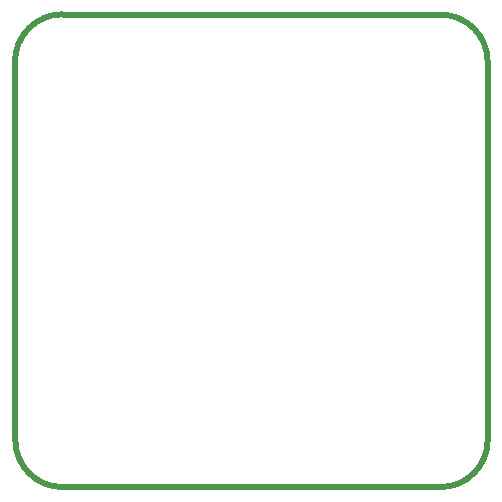
<source format=gm1>
G04*
G04 #@! TF.GenerationSoftware,Altium Limited,Altium Designer,23.9.2 (47)*
G04*
G04 Layer_Color=16711935*
%FSLAX44Y44*%
%MOMM*%
G71*
G04*
G04 #@! TF.SameCoordinates,A89998BD-DD6A-42FD-B223-A906B6295702*
G04*
G04*
G04 #@! TF.FilePolarity,Positive*
G04*
G01*
G75*
%ADD25C,0.5000*%
D25*
Y40000D02*
G03*
X40000Y0I40000J0D01*
G01*
X360000D02*
G03*
X400000Y40000I0J40000D01*
G01*
Y360000D02*
G03*
X360000Y400000I-40000J0D01*
G01*
X40000Y400311D02*
G03*
X-311Y360000I0J-40311D01*
G01*
X40000Y0D02*
X360000D01*
X400000Y40000D02*
Y360000D01*
X40000Y400000D02*
X360000D01*
X0Y40000D02*
Y360000D01*
M02*

</source>
